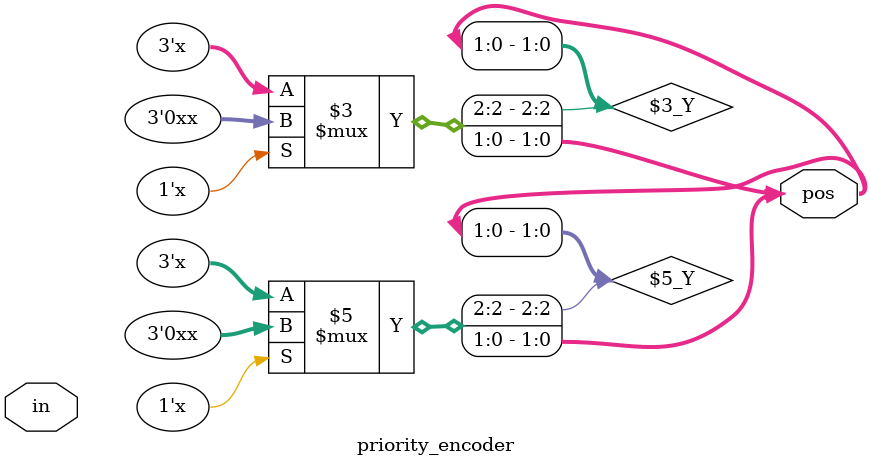
<source format=v>
module priority_encoder( 
input [2:0] in,
output reg [1:0] pos ); 
// When sel=1, assign b to out
assign pos[1:0] = sel[1:0] ? b[1:0] : b[2:0];
// When sel=0, assign b to out
assign pos[1:0] = sel[0] ? b[1:0] : b[2:0];
endmodule

</source>
